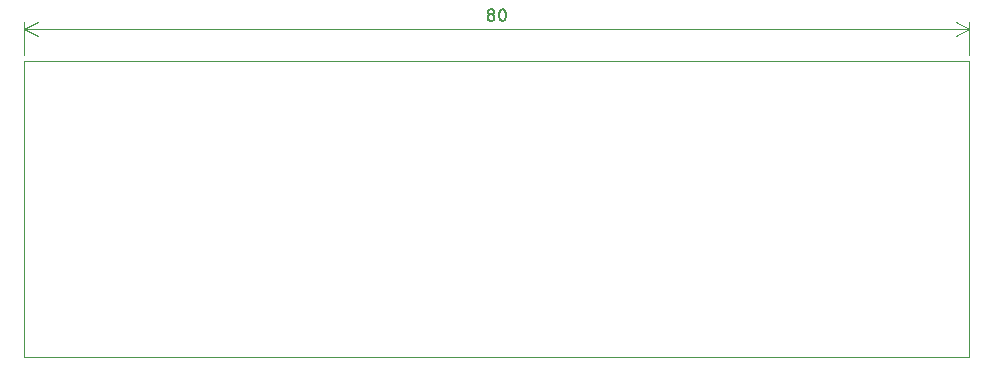
<source format=gbr>
%TF.GenerationSoftware,KiCad,Pcbnew,9.0.3*%
%TF.CreationDate,2025-11-24T21:16:14-05:00*%
%TF.ProjectId,RedPink_STM32C09_Board,52656450-696e-46b5-9f53-544d33324330,rev?*%
%TF.SameCoordinates,Original*%
%TF.FileFunction,Profile,NP*%
%FSLAX46Y46*%
G04 Gerber Fmt 4.6, Leading zero omitted, Abs format (unit mm)*
G04 Created by KiCad (PCBNEW 9.0.3) date 2025-11-24 21:16:14*
%MOMM*%
%LPD*%
G01*
G04 APERTURE LIST*
%TA.AperFunction,Profile*%
%ADD10C,0.100000*%
%TD*%
%ADD11C,0.150000*%
%TA.AperFunction,Profile*%
%ADD12C,0.050000*%
%TD*%
G04 APERTURE END LIST*
D10*
X111750000Y-55000000D02*
X191750000Y-55000000D01*
X191750000Y-80000000D01*
X111750000Y-80000000D01*
X111750000Y-55000000D01*
D11*
X151178571Y-51008390D02*
X151083333Y-50960771D01*
X151083333Y-50960771D02*
X151035714Y-50913152D01*
X151035714Y-50913152D02*
X150988095Y-50817914D01*
X150988095Y-50817914D02*
X150988095Y-50770295D01*
X150988095Y-50770295D02*
X151035714Y-50675057D01*
X151035714Y-50675057D02*
X151083333Y-50627438D01*
X151083333Y-50627438D02*
X151178571Y-50579819D01*
X151178571Y-50579819D02*
X151369047Y-50579819D01*
X151369047Y-50579819D02*
X151464285Y-50627438D01*
X151464285Y-50627438D02*
X151511904Y-50675057D01*
X151511904Y-50675057D02*
X151559523Y-50770295D01*
X151559523Y-50770295D02*
X151559523Y-50817914D01*
X151559523Y-50817914D02*
X151511904Y-50913152D01*
X151511904Y-50913152D02*
X151464285Y-50960771D01*
X151464285Y-50960771D02*
X151369047Y-51008390D01*
X151369047Y-51008390D02*
X151178571Y-51008390D01*
X151178571Y-51008390D02*
X151083333Y-51056009D01*
X151083333Y-51056009D02*
X151035714Y-51103628D01*
X151035714Y-51103628D02*
X150988095Y-51198866D01*
X150988095Y-51198866D02*
X150988095Y-51389342D01*
X150988095Y-51389342D02*
X151035714Y-51484580D01*
X151035714Y-51484580D02*
X151083333Y-51532200D01*
X151083333Y-51532200D02*
X151178571Y-51579819D01*
X151178571Y-51579819D02*
X151369047Y-51579819D01*
X151369047Y-51579819D02*
X151464285Y-51532200D01*
X151464285Y-51532200D02*
X151511904Y-51484580D01*
X151511904Y-51484580D02*
X151559523Y-51389342D01*
X151559523Y-51389342D02*
X151559523Y-51198866D01*
X151559523Y-51198866D02*
X151511904Y-51103628D01*
X151511904Y-51103628D02*
X151464285Y-51056009D01*
X151464285Y-51056009D02*
X151369047Y-51008390D01*
X152178571Y-50579819D02*
X152273809Y-50579819D01*
X152273809Y-50579819D02*
X152369047Y-50627438D01*
X152369047Y-50627438D02*
X152416666Y-50675057D01*
X152416666Y-50675057D02*
X152464285Y-50770295D01*
X152464285Y-50770295D02*
X152511904Y-50960771D01*
X152511904Y-50960771D02*
X152511904Y-51198866D01*
X152511904Y-51198866D02*
X152464285Y-51389342D01*
X152464285Y-51389342D02*
X152416666Y-51484580D01*
X152416666Y-51484580D02*
X152369047Y-51532200D01*
X152369047Y-51532200D02*
X152273809Y-51579819D01*
X152273809Y-51579819D02*
X152178571Y-51579819D01*
X152178571Y-51579819D02*
X152083333Y-51532200D01*
X152083333Y-51532200D02*
X152035714Y-51484580D01*
X152035714Y-51484580D02*
X151988095Y-51389342D01*
X151988095Y-51389342D02*
X151940476Y-51198866D01*
X151940476Y-51198866D02*
X151940476Y-50960771D01*
X151940476Y-50960771D02*
X151988095Y-50770295D01*
X151988095Y-50770295D02*
X152035714Y-50675057D01*
X152035714Y-50675057D02*
X152083333Y-50627438D01*
X152083333Y-50627438D02*
X152178571Y-50579819D01*
D12*
X111750000Y-54500000D02*
X111750000Y-51688580D01*
X191750000Y-51688580D02*
X191750000Y-54500000D01*
X111750000Y-52275000D02*
X191750000Y-52275000D01*
X111750000Y-52275000D02*
X112876504Y-51688579D01*
X111750000Y-52275000D02*
X112876504Y-52861421D01*
X191750000Y-52275000D02*
X190623496Y-52861421D01*
X191750000Y-52275000D02*
X190623496Y-51688579D01*
M02*

</source>
